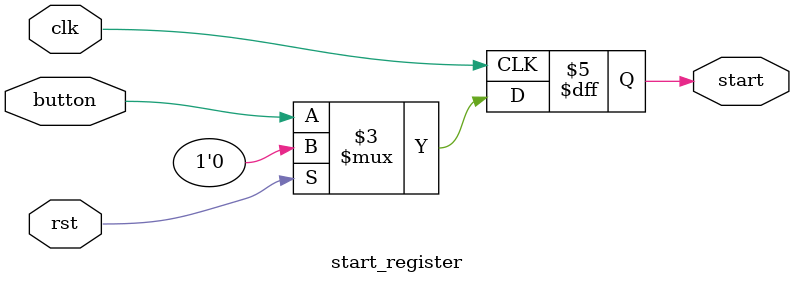
<source format=v>
`timescale 1ns/1ps

module start_register(
	input clk,
	input rst,
	input button,
	output reg start 
); 

	always @ (posedge clk)
	begin
		if (rst)
			start<=0;
		else
			start<=button;
   	end

endmodule

</source>
